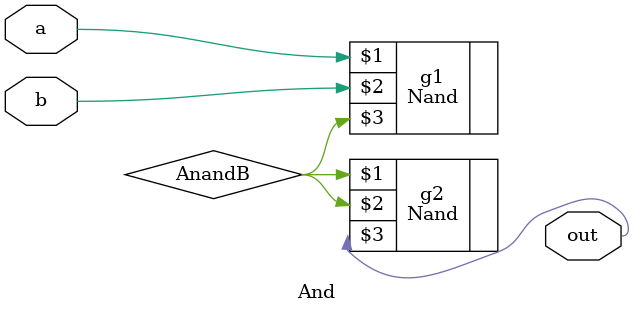
<source format=v>
module And(input a, b, output out);
  Nand g1(a, b, AnandB);
  Nand g2(AnandB, AnandB, out);
endmodule


</source>
